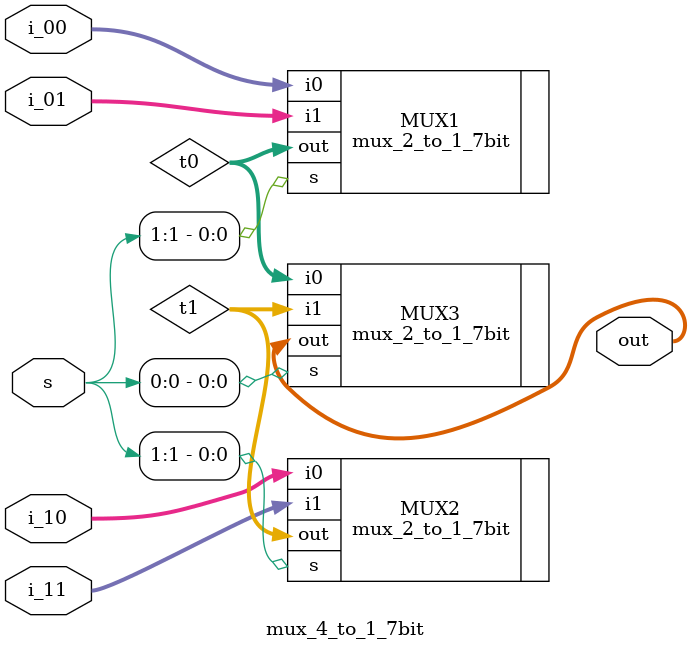
<source format=v>
/* ------------------------------------------------------ *
 * Project     : Digital Clock                            *
 * Module      : mux_4_to_1_7bit                          *
 * ------------------------------------------------------ *
 * File        : mux_4_to_1_7bit.v                        *
 * Author      : Nallinikanth                             *
 * Last Edit   : 25/05/2021                               *
 * ------------------------------------------------------ *
 * Description : Creates a 7-bit input and output 4:1 MUX *			    *
 * ------------------------------------------------------ */

 // included module : mux_2_to_1_7bit   (Creates a 7-bit input and output 2:1 MUX)

// building a 4:1 mux using 3 2:1 muxes
module mux_4_to_1_7bit (input [0:1]s,
                        input [0:6]i_00,
                        input [0:6]i_01,
                        input [0:6]i_10,
                        input [0:6]i_11,

                        output [0:6]out);

wire [0:6] t0;
wire [0:6] t1;

mux_2_to_1_7bit MUX1 (.s(s[1]), .i0(i_00), .i1(i_01), .out(t0));
mux_2_to_1_7bit MUX2 (.s(s[1]), .i0(i_10), .i1(i_11), .out(t1));
mux_2_to_1_7bit MUX3 (.s(s[0]),   .i0(t0),   .i1(t1), .out(out));

endmodule

</source>
